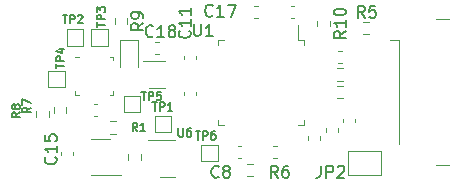
<source format=gbr>
%TF.GenerationSoftware,KiCad,Pcbnew,(6.0.8)*%
%TF.CreationDate,2022-10-18T11:45:21-07:00*%
%TF.ProjectId,ovrdrive,6f767264-7269-4766-952e-6b696361645f,rev?*%
%TF.SameCoordinates,Original*%
%TF.FileFunction,Legend,Top*%
%TF.FilePolarity,Positive*%
%FSLAX46Y46*%
G04 Gerber Fmt 4.6, Leading zero omitted, Abs format (unit mm)*
G04 Created by KiCad (PCBNEW (6.0.8)) date 2022-10-18 11:45:21*
%MOMM*%
%LPD*%
G01*
G04 APERTURE LIST*
%ADD10C,0.150000*%
%ADD11C,0.120000*%
G04 APERTURE END LIST*
D10*
%TO.C,C17*%
X125207142Y-97707142D02*
X125159523Y-97754761D01*
X125016666Y-97802380D01*
X124921428Y-97802380D01*
X124778571Y-97754761D01*
X124683333Y-97659523D01*
X124635714Y-97564285D01*
X124588095Y-97373809D01*
X124588095Y-97230952D01*
X124635714Y-97040476D01*
X124683333Y-96945238D01*
X124778571Y-96850000D01*
X124921428Y-96802380D01*
X125016666Y-96802380D01*
X125159523Y-96850000D01*
X125207142Y-96897619D01*
X126159523Y-97802380D02*
X125588095Y-97802380D01*
X125873809Y-97802380D02*
X125873809Y-96802380D01*
X125778571Y-96945238D01*
X125683333Y-97040476D01*
X125588095Y-97088095D01*
X126492857Y-96802380D02*
X127159523Y-96802380D01*
X126730952Y-97802380D01*
%TO.C,TP2*%
X112516666Y-97666666D02*
X112916666Y-97666666D01*
X112716666Y-98366666D02*
X112716666Y-97666666D01*
X113150000Y-98366666D02*
X113150000Y-97666666D01*
X113416666Y-97666666D01*
X113483333Y-97700000D01*
X113516666Y-97733333D01*
X113550000Y-97800000D01*
X113550000Y-97900000D01*
X113516666Y-97966666D01*
X113483333Y-98000000D01*
X113416666Y-98033333D01*
X113150000Y-98033333D01*
X113816666Y-97733333D02*
X113850000Y-97700000D01*
X113916666Y-97666666D01*
X114083333Y-97666666D01*
X114150000Y-97700000D01*
X114183333Y-97733333D01*
X114216666Y-97800000D01*
X114216666Y-97866666D01*
X114183333Y-97966666D01*
X113783333Y-98366666D01*
X114216666Y-98366666D01*
%TO.C,C18*%
X120157142Y-99457142D02*
X120109523Y-99504761D01*
X119966666Y-99552380D01*
X119871428Y-99552380D01*
X119728571Y-99504761D01*
X119633333Y-99409523D01*
X119585714Y-99314285D01*
X119538095Y-99123809D01*
X119538095Y-98980952D01*
X119585714Y-98790476D01*
X119633333Y-98695238D01*
X119728571Y-98600000D01*
X119871428Y-98552380D01*
X119966666Y-98552380D01*
X120109523Y-98600000D01*
X120157142Y-98647619D01*
X121109523Y-99552380D02*
X120538095Y-99552380D01*
X120823809Y-99552380D02*
X120823809Y-98552380D01*
X120728571Y-98695238D01*
X120633333Y-98790476D01*
X120538095Y-98838095D01*
X121680952Y-98980952D02*
X121585714Y-98933333D01*
X121538095Y-98885714D01*
X121490476Y-98790476D01*
X121490476Y-98742857D01*
X121538095Y-98647619D01*
X121585714Y-98600000D01*
X121680952Y-98552380D01*
X121871428Y-98552380D01*
X121966666Y-98600000D01*
X122014285Y-98647619D01*
X122061904Y-98742857D01*
X122061904Y-98790476D01*
X122014285Y-98885714D01*
X121966666Y-98933333D01*
X121871428Y-98980952D01*
X121680952Y-98980952D01*
X121585714Y-99028571D01*
X121538095Y-99076190D01*
X121490476Y-99171428D01*
X121490476Y-99361904D01*
X121538095Y-99457142D01*
X121585714Y-99504761D01*
X121680952Y-99552380D01*
X121871428Y-99552380D01*
X121966666Y-99504761D01*
X122014285Y-99457142D01*
X122061904Y-99361904D01*
X122061904Y-99171428D01*
X122014285Y-99076190D01*
X121966666Y-99028571D01*
X121871428Y-98980952D01*
%TO.C,U6*%
X122316666Y-107266666D02*
X122316666Y-107833333D01*
X122350000Y-107900000D01*
X122383333Y-107933333D01*
X122450000Y-107966666D01*
X122583333Y-107966666D01*
X122650000Y-107933333D01*
X122683333Y-107900000D01*
X122716666Y-107833333D01*
X122716666Y-107266666D01*
X123350000Y-107266666D02*
X123216666Y-107266666D01*
X123150000Y-107300000D01*
X123116666Y-107333333D01*
X123050000Y-107433333D01*
X123016666Y-107566666D01*
X123016666Y-107833333D01*
X123050000Y-107900000D01*
X123083333Y-107933333D01*
X123150000Y-107966666D01*
X123283333Y-107966666D01*
X123350000Y-107933333D01*
X123383333Y-107900000D01*
X123416666Y-107833333D01*
X123416666Y-107666666D01*
X123383333Y-107600000D01*
X123350000Y-107566666D01*
X123283333Y-107533333D01*
X123150000Y-107533333D01*
X123083333Y-107566666D01*
X123050000Y-107600000D01*
X123016666Y-107666666D01*
%TO.C,C15*%
X111907142Y-109692857D02*
X111954761Y-109740476D01*
X112002380Y-109883333D01*
X112002380Y-109978571D01*
X111954761Y-110121428D01*
X111859523Y-110216666D01*
X111764285Y-110264285D01*
X111573809Y-110311904D01*
X111430952Y-110311904D01*
X111240476Y-110264285D01*
X111145238Y-110216666D01*
X111050000Y-110121428D01*
X111002380Y-109978571D01*
X111002380Y-109883333D01*
X111050000Y-109740476D01*
X111097619Y-109692857D01*
X112002380Y-108740476D02*
X112002380Y-109311904D01*
X112002380Y-109026190D02*
X111002380Y-109026190D01*
X111145238Y-109121428D01*
X111240476Y-109216666D01*
X111288095Y-109311904D01*
X111002380Y-107835714D02*
X111002380Y-108311904D01*
X111478571Y-108359523D01*
X111430952Y-108311904D01*
X111383333Y-108216666D01*
X111383333Y-107978571D01*
X111430952Y-107883333D01*
X111478571Y-107835714D01*
X111573809Y-107788095D01*
X111811904Y-107788095D01*
X111907142Y-107835714D01*
X111954761Y-107883333D01*
X112002380Y-107978571D01*
X112002380Y-108216666D01*
X111954761Y-108311904D01*
X111907142Y-108359523D01*
%TO.C,R5*%
X138083333Y-97902380D02*
X137750000Y-97426190D01*
X137511904Y-97902380D02*
X137511904Y-96902380D01*
X137892857Y-96902380D01*
X137988095Y-96950000D01*
X138035714Y-96997619D01*
X138083333Y-97092857D01*
X138083333Y-97235714D01*
X138035714Y-97330952D01*
X137988095Y-97378571D01*
X137892857Y-97426190D01*
X137511904Y-97426190D01*
X138988095Y-96902380D02*
X138511904Y-96902380D01*
X138464285Y-97378571D01*
X138511904Y-97330952D01*
X138607142Y-97283333D01*
X138845238Y-97283333D01*
X138940476Y-97330952D01*
X138988095Y-97378571D01*
X139035714Y-97473809D01*
X139035714Y-97711904D01*
X138988095Y-97807142D01*
X138940476Y-97854761D01*
X138845238Y-97902380D01*
X138607142Y-97902380D01*
X138511904Y-97854761D01*
X138464285Y-97807142D01*
%TO.C,R7*%
X109816666Y-105516666D02*
X109483333Y-105750000D01*
X109816666Y-105916666D02*
X109116666Y-105916666D01*
X109116666Y-105650000D01*
X109150000Y-105583333D01*
X109183333Y-105550000D01*
X109250000Y-105516666D01*
X109350000Y-105516666D01*
X109416666Y-105550000D01*
X109450000Y-105583333D01*
X109483333Y-105650000D01*
X109483333Y-105916666D01*
X109116666Y-105283333D02*
X109116666Y-104816666D01*
X109816666Y-105116666D01*
%TO.C,C8*%
X125733333Y-111357142D02*
X125685714Y-111404761D01*
X125542857Y-111452380D01*
X125447619Y-111452380D01*
X125304761Y-111404761D01*
X125209523Y-111309523D01*
X125161904Y-111214285D01*
X125114285Y-111023809D01*
X125114285Y-110880952D01*
X125161904Y-110690476D01*
X125209523Y-110595238D01*
X125304761Y-110500000D01*
X125447619Y-110452380D01*
X125542857Y-110452380D01*
X125685714Y-110500000D01*
X125733333Y-110547619D01*
X126304761Y-110880952D02*
X126209523Y-110833333D01*
X126161904Y-110785714D01*
X126114285Y-110690476D01*
X126114285Y-110642857D01*
X126161904Y-110547619D01*
X126209523Y-110500000D01*
X126304761Y-110452380D01*
X126495238Y-110452380D01*
X126590476Y-110500000D01*
X126638095Y-110547619D01*
X126685714Y-110642857D01*
X126685714Y-110690476D01*
X126638095Y-110785714D01*
X126590476Y-110833333D01*
X126495238Y-110880952D01*
X126304761Y-110880952D01*
X126209523Y-110928571D01*
X126161904Y-110976190D01*
X126114285Y-111071428D01*
X126114285Y-111261904D01*
X126161904Y-111357142D01*
X126209523Y-111404761D01*
X126304761Y-111452380D01*
X126495238Y-111452380D01*
X126590476Y-111404761D01*
X126638095Y-111357142D01*
X126685714Y-111261904D01*
X126685714Y-111071428D01*
X126638095Y-110976190D01*
X126590476Y-110928571D01*
X126495238Y-110880952D01*
%TO.C,JP2*%
X134366666Y-110452380D02*
X134366666Y-111166666D01*
X134319047Y-111309523D01*
X134223809Y-111404761D01*
X134080952Y-111452380D01*
X133985714Y-111452380D01*
X134842857Y-111452380D02*
X134842857Y-110452380D01*
X135223809Y-110452380D01*
X135319047Y-110500000D01*
X135366666Y-110547619D01*
X135414285Y-110642857D01*
X135414285Y-110785714D01*
X135366666Y-110880952D01*
X135319047Y-110928571D01*
X135223809Y-110976190D01*
X134842857Y-110976190D01*
X135795238Y-110547619D02*
X135842857Y-110500000D01*
X135938095Y-110452380D01*
X136176190Y-110452380D01*
X136271428Y-110500000D01*
X136319047Y-110547619D01*
X136366666Y-110642857D01*
X136366666Y-110738095D01*
X136319047Y-110880952D01*
X135747619Y-111452380D01*
X136366666Y-111452380D01*
%TO.C,R9*%
X119332380Y-98366666D02*
X118856190Y-98700000D01*
X119332380Y-98938095D02*
X118332380Y-98938095D01*
X118332380Y-98557142D01*
X118380000Y-98461904D01*
X118427619Y-98414285D01*
X118522857Y-98366666D01*
X118665714Y-98366666D01*
X118760952Y-98414285D01*
X118808571Y-98461904D01*
X118856190Y-98557142D01*
X118856190Y-98938095D01*
X119332380Y-97890476D02*
X119332380Y-97700000D01*
X119284761Y-97604761D01*
X119237142Y-97557142D01*
X119094285Y-97461904D01*
X118903809Y-97414285D01*
X118522857Y-97414285D01*
X118427619Y-97461904D01*
X118380000Y-97509523D01*
X118332380Y-97604761D01*
X118332380Y-97795238D01*
X118380000Y-97890476D01*
X118427619Y-97938095D01*
X118522857Y-97985714D01*
X118760952Y-97985714D01*
X118856190Y-97938095D01*
X118903809Y-97890476D01*
X118951428Y-97795238D01*
X118951428Y-97604761D01*
X118903809Y-97509523D01*
X118856190Y-97461904D01*
X118760952Y-97414285D01*
%TO.C,R10*%
X136482380Y-99042857D02*
X136006190Y-99376190D01*
X136482380Y-99614285D02*
X135482380Y-99614285D01*
X135482380Y-99233333D01*
X135530000Y-99138095D01*
X135577619Y-99090476D01*
X135672857Y-99042857D01*
X135815714Y-99042857D01*
X135910952Y-99090476D01*
X135958571Y-99138095D01*
X136006190Y-99233333D01*
X136006190Y-99614285D01*
X136482380Y-98090476D02*
X136482380Y-98661904D01*
X136482380Y-98376190D02*
X135482380Y-98376190D01*
X135625238Y-98471428D01*
X135720476Y-98566666D01*
X135768095Y-98661904D01*
X135482380Y-97471428D02*
X135482380Y-97376190D01*
X135530000Y-97280952D01*
X135577619Y-97233333D01*
X135672857Y-97185714D01*
X135863333Y-97138095D01*
X136101428Y-97138095D01*
X136291904Y-97185714D01*
X136387142Y-97233333D01*
X136434761Y-97280952D01*
X136482380Y-97376190D01*
X136482380Y-97471428D01*
X136434761Y-97566666D01*
X136387142Y-97614285D01*
X136291904Y-97661904D01*
X136101428Y-97709523D01*
X135863333Y-97709523D01*
X135672857Y-97661904D01*
X135577619Y-97614285D01*
X135530000Y-97566666D01*
X135482380Y-97471428D01*
%TO.C,R1*%
X118833333Y-107516666D02*
X118600000Y-107183333D01*
X118433333Y-107516666D02*
X118433333Y-106816666D01*
X118700000Y-106816666D01*
X118766666Y-106850000D01*
X118800000Y-106883333D01*
X118833333Y-106950000D01*
X118833333Y-107050000D01*
X118800000Y-107116666D01*
X118766666Y-107150000D01*
X118700000Y-107183333D01*
X118433333Y-107183333D01*
X119500000Y-107516666D02*
X119100000Y-107516666D01*
X119300000Y-107516666D02*
X119300000Y-106816666D01*
X119233333Y-106916666D01*
X119166666Y-106983333D01*
X119100000Y-107016666D01*
%TO.C,TP1*%
X120116666Y-105068666D02*
X120516666Y-105068666D01*
X120316666Y-105768666D02*
X120316666Y-105068666D01*
X120750000Y-105768666D02*
X120750000Y-105068666D01*
X121016666Y-105068666D01*
X121083333Y-105102000D01*
X121116666Y-105135333D01*
X121150000Y-105202000D01*
X121150000Y-105302000D01*
X121116666Y-105368666D01*
X121083333Y-105402000D01*
X121016666Y-105435333D01*
X120750000Y-105435333D01*
X121816666Y-105768666D02*
X121416666Y-105768666D01*
X121616666Y-105768666D02*
X121616666Y-105068666D01*
X121550000Y-105168666D01*
X121483333Y-105235333D01*
X121416666Y-105268666D01*
%TO.C,TP6*%
X123766666Y-107516666D02*
X124166666Y-107516666D01*
X123966666Y-108216666D02*
X123966666Y-107516666D01*
X124400000Y-108216666D02*
X124400000Y-107516666D01*
X124666666Y-107516666D01*
X124733333Y-107550000D01*
X124766666Y-107583333D01*
X124800000Y-107650000D01*
X124800000Y-107750000D01*
X124766666Y-107816666D01*
X124733333Y-107850000D01*
X124666666Y-107883333D01*
X124400000Y-107883333D01*
X125400000Y-107516666D02*
X125266666Y-107516666D01*
X125200000Y-107550000D01*
X125166666Y-107583333D01*
X125100000Y-107683333D01*
X125066666Y-107816666D01*
X125066666Y-108083333D01*
X125100000Y-108150000D01*
X125133333Y-108183333D01*
X125200000Y-108216666D01*
X125333333Y-108216666D01*
X125400000Y-108183333D01*
X125433333Y-108150000D01*
X125466666Y-108083333D01*
X125466666Y-107916666D01*
X125433333Y-107850000D01*
X125400000Y-107816666D01*
X125333333Y-107783333D01*
X125200000Y-107783333D01*
X125133333Y-107816666D01*
X125100000Y-107850000D01*
X125066666Y-107916666D01*
%TO.C,TP5*%
X119166666Y-104166666D02*
X119566666Y-104166666D01*
X119366666Y-104866666D02*
X119366666Y-104166666D01*
X119800000Y-104866666D02*
X119800000Y-104166666D01*
X120066666Y-104166666D01*
X120133333Y-104200000D01*
X120166666Y-104233333D01*
X120200000Y-104300000D01*
X120200000Y-104400000D01*
X120166666Y-104466666D01*
X120133333Y-104500000D01*
X120066666Y-104533333D01*
X119800000Y-104533333D01*
X120833333Y-104166666D02*
X120500000Y-104166666D01*
X120466666Y-104500000D01*
X120500000Y-104466666D01*
X120566666Y-104433333D01*
X120733333Y-104433333D01*
X120800000Y-104466666D01*
X120833333Y-104500000D01*
X120866666Y-104566666D01*
X120866666Y-104733333D01*
X120833333Y-104800000D01*
X120800000Y-104833333D01*
X120733333Y-104866666D01*
X120566666Y-104866666D01*
X120500000Y-104833333D01*
X120466666Y-104800000D01*
%TO.C,TP4*%
X111966666Y-102183333D02*
X111966666Y-101783333D01*
X112666666Y-101983333D02*
X111966666Y-101983333D01*
X112666666Y-101550000D02*
X111966666Y-101550000D01*
X111966666Y-101283333D01*
X112000000Y-101216666D01*
X112033333Y-101183333D01*
X112100000Y-101150000D01*
X112200000Y-101150000D01*
X112266666Y-101183333D01*
X112300000Y-101216666D01*
X112333333Y-101283333D01*
X112333333Y-101550000D01*
X112200000Y-100550000D02*
X112666666Y-100550000D01*
X111933333Y-100716666D02*
X112433333Y-100883333D01*
X112433333Y-100450000D01*
%TO.C,C11*%
X123257142Y-98992857D02*
X123304761Y-99040476D01*
X123352380Y-99183333D01*
X123352380Y-99278571D01*
X123304761Y-99421428D01*
X123209523Y-99516666D01*
X123114285Y-99564285D01*
X122923809Y-99611904D01*
X122780952Y-99611904D01*
X122590476Y-99564285D01*
X122495238Y-99516666D01*
X122400000Y-99421428D01*
X122352380Y-99278571D01*
X122352380Y-99183333D01*
X122400000Y-99040476D01*
X122447619Y-98992857D01*
X123352380Y-98040476D02*
X123352380Y-98611904D01*
X123352380Y-98326190D02*
X122352380Y-98326190D01*
X122495238Y-98421428D01*
X122590476Y-98516666D01*
X122638095Y-98611904D01*
X123352380Y-97088095D02*
X123352380Y-97659523D01*
X123352380Y-97373809D02*
X122352380Y-97373809D01*
X122495238Y-97469047D01*
X122590476Y-97564285D01*
X122638095Y-97659523D01*
%TO.C,R6*%
X130733333Y-111452380D02*
X130400000Y-110976190D01*
X130161904Y-111452380D02*
X130161904Y-110452380D01*
X130542857Y-110452380D01*
X130638095Y-110500000D01*
X130685714Y-110547619D01*
X130733333Y-110642857D01*
X130733333Y-110785714D01*
X130685714Y-110880952D01*
X130638095Y-110928571D01*
X130542857Y-110976190D01*
X130161904Y-110976190D01*
X131590476Y-110452380D02*
X131400000Y-110452380D01*
X131304761Y-110500000D01*
X131257142Y-110547619D01*
X131161904Y-110690476D01*
X131114285Y-110880952D01*
X131114285Y-111261904D01*
X131161904Y-111357142D01*
X131209523Y-111404761D01*
X131304761Y-111452380D01*
X131495238Y-111452380D01*
X131590476Y-111404761D01*
X131638095Y-111357142D01*
X131685714Y-111261904D01*
X131685714Y-111023809D01*
X131638095Y-110928571D01*
X131590476Y-110880952D01*
X131495238Y-110833333D01*
X131304761Y-110833333D01*
X131209523Y-110880952D01*
X131161904Y-110928571D01*
X131114285Y-111023809D01*
%TO.C,TP3*%
X115416666Y-98683333D02*
X115416666Y-98283333D01*
X116116666Y-98483333D02*
X115416666Y-98483333D01*
X116116666Y-98050000D02*
X115416666Y-98050000D01*
X115416666Y-97783333D01*
X115450000Y-97716666D01*
X115483333Y-97683333D01*
X115550000Y-97650000D01*
X115650000Y-97650000D01*
X115716666Y-97683333D01*
X115750000Y-97716666D01*
X115783333Y-97783333D01*
X115783333Y-98050000D01*
X115416666Y-97416666D02*
X115416666Y-96983333D01*
X115683333Y-97216666D01*
X115683333Y-97116666D01*
X115716666Y-97050000D01*
X115750000Y-97016666D01*
X115816666Y-96983333D01*
X115983333Y-96983333D01*
X116050000Y-97016666D01*
X116083333Y-97050000D01*
X116116666Y-97116666D01*
X116116666Y-97316666D01*
X116083333Y-97383333D01*
X116050000Y-97416666D01*
%TO.C,R8*%
X108916666Y-105916666D02*
X108583333Y-106150000D01*
X108916666Y-106316666D02*
X108216666Y-106316666D01*
X108216666Y-106050000D01*
X108250000Y-105983333D01*
X108283333Y-105950000D01*
X108350000Y-105916666D01*
X108450000Y-105916666D01*
X108516666Y-105950000D01*
X108550000Y-105983333D01*
X108583333Y-106050000D01*
X108583333Y-106316666D01*
X108516666Y-105516666D02*
X108483333Y-105583333D01*
X108450000Y-105616666D01*
X108383333Y-105650000D01*
X108350000Y-105650000D01*
X108283333Y-105616666D01*
X108250000Y-105583333D01*
X108216666Y-105516666D01*
X108216666Y-105383333D01*
X108250000Y-105316666D01*
X108283333Y-105283333D01*
X108350000Y-105250000D01*
X108383333Y-105250000D01*
X108450000Y-105283333D01*
X108483333Y-105316666D01*
X108516666Y-105383333D01*
X108516666Y-105516666D01*
X108550000Y-105583333D01*
X108583333Y-105616666D01*
X108650000Y-105650000D01*
X108783333Y-105650000D01*
X108850000Y-105616666D01*
X108883333Y-105583333D01*
X108916666Y-105516666D01*
X108916666Y-105383333D01*
X108883333Y-105316666D01*
X108850000Y-105283333D01*
X108783333Y-105250000D01*
X108650000Y-105250000D01*
X108583333Y-105283333D01*
X108550000Y-105316666D01*
X108516666Y-105383333D01*
%TO.C,U1*%
X123638095Y-98452380D02*
X123638095Y-99261904D01*
X123685714Y-99357142D01*
X123733333Y-99404761D01*
X123828571Y-99452380D01*
X124019047Y-99452380D01*
X124114285Y-99404761D01*
X124161904Y-99357142D01*
X124209523Y-99261904D01*
X124209523Y-98452380D01*
X125209523Y-99452380D02*
X124638095Y-99452380D01*
X124923809Y-99452380D02*
X124923809Y-98452380D01*
X124828571Y-98595238D01*
X124733333Y-98690476D01*
X124638095Y-98738095D01*
D11*
%TO.C,D1*%
X118885000Y-99765000D02*
X117415000Y-99765000D01*
X118885000Y-102050000D02*
X118885000Y-99765000D01*
X117415000Y-99765000D02*
X117415000Y-102050000D01*
%TO.C,C17*%
X129040580Y-96890000D02*
X128759420Y-96890000D01*
X129040580Y-97910000D02*
X128759420Y-97910000D01*
%TO.C,TP2*%
X112850000Y-98900000D02*
X114250000Y-98900000D01*
X114250000Y-100300000D02*
X112850000Y-100300000D01*
X114250000Y-98900000D02*
X114250000Y-100300000D01*
X112850000Y-100300000D02*
X112850000Y-98900000D01*
%TO.C,C7*%
X131859420Y-97910000D02*
X132140580Y-97910000D01*
X131859420Y-96890000D02*
X132140580Y-96890000D01*
%TO.C,C18*%
X120640580Y-101010000D02*
X120359420Y-101010000D01*
X120640580Y-99990000D02*
X120359420Y-99990000D01*
%TO.C,R4*%
X136237258Y-103222500D02*
X135762742Y-103222500D01*
X136237258Y-102177500D02*
X135762742Y-102177500D01*
%TO.C,U6*%
X121400000Y-108240000D02*
X122050000Y-108240000D01*
X121400000Y-111360000D02*
X122050000Y-111360000D01*
X121400000Y-108240000D02*
X119725000Y-108240000D01*
X121400000Y-111360000D02*
X120750000Y-111360000D01*
%TO.C,C15*%
X112390000Y-109540580D02*
X112390000Y-109259420D01*
X113410000Y-109540580D02*
X113410000Y-109259420D01*
%TO.C,R5*%
X138462258Y-98277500D02*
X137987742Y-98277500D01*
X138462258Y-99322500D02*
X137987742Y-99322500D01*
%TO.C,C6*%
X134790000Y-107259420D02*
X134790000Y-107540580D01*
X135810000Y-107259420D02*
X135810000Y-107540580D01*
%TO.C,R7*%
X112822500Y-105937258D02*
X112822500Y-105462742D01*
X111777500Y-105937258D02*
X111777500Y-105462742D01*
%TO.C,U5*%
X115700000Y-111260000D02*
X117500000Y-111260000D01*
X115700000Y-108140000D02*
X114900000Y-108140000D01*
X115700000Y-108140000D02*
X116500000Y-108140000D01*
X115700000Y-111260000D02*
X114900000Y-111260000D01*
%TO.C,J1*%
X140980000Y-99800000D02*
X140980000Y-108600000D01*
X144150000Y-110345000D02*
X145200000Y-110345000D01*
X140980000Y-99800000D02*
X140225000Y-99800000D01*
X144150000Y-98055000D02*
X145200000Y-98055000D01*
%TO.C,C10*%
X123810000Y-104159420D02*
X123810000Y-104440580D01*
X122790000Y-104159420D02*
X122790000Y-104440580D01*
%TO.C,U4*%
X121200000Y-101540000D02*
X119300000Y-101540000D01*
X119800000Y-103860000D02*
X121200000Y-103860000D01*
%TO.C,C8*%
X127640580Y-109810000D02*
X127359420Y-109810000D01*
X127640580Y-108790000D02*
X127359420Y-108790000D01*
%TO.C,C9*%
X137310000Y-106459420D02*
X137310000Y-106740580D01*
X136290000Y-106459420D02*
X136290000Y-106740580D01*
%TO.C,JP2*%
X139500000Y-109200000D02*
X139500000Y-111200000D01*
X139500000Y-111200000D02*
X136700000Y-111200000D01*
X136700000Y-109200000D02*
X139500000Y-109200000D01*
X136700000Y-111200000D02*
X136700000Y-109200000D01*
%TO.C,R9*%
X116927500Y-97962742D02*
X116927500Y-98437258D01*
X117972500Y-97962742D02*
X117972500Y-98437258D01*
%TO.C,R3*%
X136237258Y-104722500D02*
X135762742Y-104722500D01*
X136237258Y-103677500D02*
X135762742Y-103677500D01*
%TO.C,R10*%
X134077500Y-98162742D02*
X134077500Y-98637258D01*
X135122500Y-98162742D02*
X135122500Y-98637258D01*
%TO.C,R1*%
X116562742Y-106677500D02*
X117037258Y-106677500D01*
X116562742Y-107722500D02*
X117037258Y-107722500D01*
%TO.C,C4*%
X115440580Y-106210000D02*
X115159420Y-106210000D01*
X115440580Y-105190000D02*
X115159420Y-105190000D01*
%TO.C,C12*%
X130359420Y-108790000D02*
X130640580Y-108790000D01*
X130359420Y-109810000D02*
X130640580Y-109810000D01*
%TO.C,U3*%
X116485000Y-104410000D02*
X116810000Y-104410000D01*
X116485000Y-101190000D02*
X116810000Y-101190000D01*
X113915000Y-104410000D02*
X113590000Y-104410000D01*
X113590000Y-104410000D02*
X113590000Y-104085000D01*
X116810000Y-104410000D02*
X116810000Y-104085000D01*
X113915000Y-101190000D02*
X113590000Y-101190000D01*
X116810000Y-101190000D02*
X116810000Y-101515000D01*
%TO.C,TP1*%
X121700000Y-107600000D02*
X120300000Y-107600000D01*
X121700000Y-106200000D02*
X121700000Y-107600000D01*
X120300000Y-107600000D02*
X120300000Y-106200000D01*
X120300000Y-106200000D02*
X121700000Y-106200000D01*
%TO.C,TP6*%
X124250000Y-110050000D02*
X124250000Y-108650000D01*
X124250000Y-108650000D02*
X125650000Y-108650000D01*
X125650000Y-110050000D02*
X124250000Y-110050000D01*
X125650000Y-108650000D02*
X125650000Y-110050000D01*
%TO.C,TP5*%
X119100000Y-105900000D02*
X117700000Y-105900000D01*
X119100000Y-104500000D02*
X119100000Y-105900000D01*
X117700000Y-104500000D02*
X119100000Y-104500000D01*
X117700000Y-105900000D02*
X117700000Y-104500000D01*
%TO.C,TP4*%
X111300000Y-103800000D02*
X111300000Y-102400000D01*
X111300000Y-102400000D02*
X112700000Y-102400000D01*
X112700000Y-102400000D02*
X112700000Y-103800000D01*
X112700000Y-103800000D02*
X111300000Y-103800000D01*
%TO.C,R2*%
X118077500Y-109462742D02*
X118077500Y-109937258D01*
X119122500Y-109462742D02*
X119122500Y-109937258D01*
%TO.C,C5*%
X134310000Y-107959420D02*
X134310000Y-108240580D01*
X133290000Y-107959420D02*
X133290000Y-108240580D01*
%TO.C,C11*%
X123810000Y-101440580D02*
X123810000Y-101159420D01*
X122790000Y-101440580D02*
X122790000Y-101159420D01*
%TO.C,C13*%
X135859420Y-100690000D02*
X136140580Y-100690000D01*
X135859420Y-101710000D02*
X136140580Y-101710000D01*
%TO.C,R6*%
X128637258Y-110277500D02*
X128162742Y-110277500D01*
X128637258Y-111322500D02*
X128162742Y-111322500D01*
%TO.C,TP3*%
X114950000Y-98900000D02*
X116350000Y-98900000D01*
X116350000Y-98900000D02*
X116350000Y-100300000D01*
X114950000Y-100300000D02*
X114950000Y-98900000D01*
X116350000Y-100300000D02*
X114950000Y-100300000D01*
%TO.C,R8*%
X110277500Y-105812742D02*
X110277500Y-106287258D01*
X111322500Y-105812742D02*
X111322500Y-106287258D01*
%TO.C,U1*%
X125690000Y-99790000D02*
X126140000Y-99790000D01*
X125690000Y-107010000D02*
X126140000Y-107010000D01*
X132460000Y-99790000D02*
X132460000Y-98500000D01*
X125690000Y-100240000D02*
X125690000Y-99790000D01*
X132910000Y-100240000D02*
X132910000Y-99790000D01*
X132910000Y-107010000D02*
X132460000Y-107010000D01*
X132910000Y-99790000D02*
X132460000Y-99790000D01*
X125690000Y-106560000D02*
X125690000Y-107010000D01*
X132910000Y-106560000D02*
X132910000Y-107010000D01*
%TD*%
M02*

</source>
